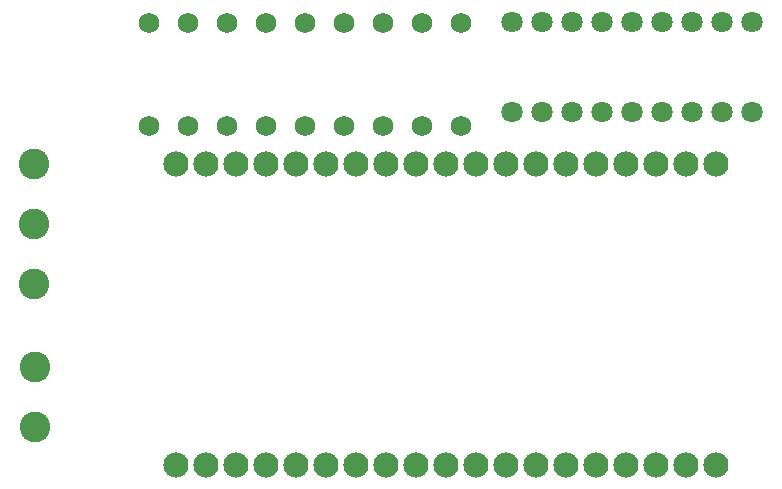
<source format=gts>
G04 Layer: TopSolderMaskLayer*
G04 EasyEDA v6.4.5, 2020-09-15T17:45:32--6:00*
G04 ee41db2f30d448a8b63ff783f68df95d,ded4796badf941d083ba3d0fd9e507c2,10*
G04 Gerber Generator version 0.2*
G04 Scale: 100 percent, Rotated: No, Reflected: No *
G04 Dimensions in millimeters *
G04 leading zeros omitted , absolute positions ,3 integer and 3 decimal *
%FSLAX33Y33*%
%MOMM*%
G90*
G71D02*

%ADD23C,1.803197*%
%ADD24C,2.133600*%
%ADD25C,1.727200*%
%ADD26C,2.603195*%

%LPD*%
G54D23*
G01X47371Y32893D03*
G01X49911Y32893D03*
G01X62611Y32893D03*
G01X65151Y32893D03*
G01X52451Y32893D03*
G01X54991Y32893D03*
G01X60071Y32893D03*
G01X57531Y32893D03*
G01X67691Y32893D03*
G01X67691Y40513D03*
G01X65151Y40513D03*
G01X62611Y40513D03*
G01X60071Y40513D03*
G01X57531Y40513D03*
G01X54991Y40513D03*
G01X52451Y40513D03*
G01X49911Y40513D03*
G01X47371Y40513D03*
G54D24*
G01X18844Y3018D03*
G01X21384Y3018D03*
G01X23924Y3018D03*
G01X26464Y3018D03*
G01X29004Y3018D03*
G01X31544Y3018D03*
G01X34084Y3018D03*
G01X36624Y3018D03*
G01X39164Y3018D03*
G01X41704Y3018D03*
G01X44244Y3018D03*
G01X46784Y3018D03*
G01X49324Y3018D03*
G01X51864Y3018D03*
G01X54404Y3018D03*
G01X56944Y3018D03*
G01X59484Y3018D03*
G01X62024Y3018D03*
G01X64564Y3018D03*
G01X18844Y28461D03*
G01X21384Y28461D03*
G01X23924Y28461D03*
G01X26464Y28461D03*
G01X29004Y28461D03*
G01X31544Y28461D03*
G01X34084Y28461D03*
G01X36624Y28461D03*
G01X39164Y28461D03*
G01X41704Y28461D03*
G01X44244Y28461D03*
G01X46784Y28461D03*
G01X49324Y28461D03*
G01X51864Y28461D03*
G01X54404Y28461D03*
G01X56944Y28461D03*
G01X59484Y28461D03*
G01X62024Y28461D03*
G01X64564Y28461D03*
G54D25*
G01X43053Y40417D03*
G01X43053Y31717D03*
G01X39751Y31717D03*
G01X39751Y40418D03*
G01X33147Y31717D03*
G01X33147Y40418D03*
G01X29845Y31717D03*
G01X29845Y40418D03*
G01X23241Y31717D03*
G01X23241Y40418D03*
G01X19939Y31717D03*
G01X19939Y40418D03*
G01X36449Y31717D03*
G01X36449Y40418D03*
G01X26543Y31717D03*
G01X26543Y40418D03*
G01X16637Y31717D03*
G01X16637Y40418D03*
G54D26*
G01X6858Y28448D03*
G01X6858Y23368D03*
G01X6858Y18288D03*
G01X6985Y11303D03*
G01X6985Y6223D03*
M00*
M02*

</source>
